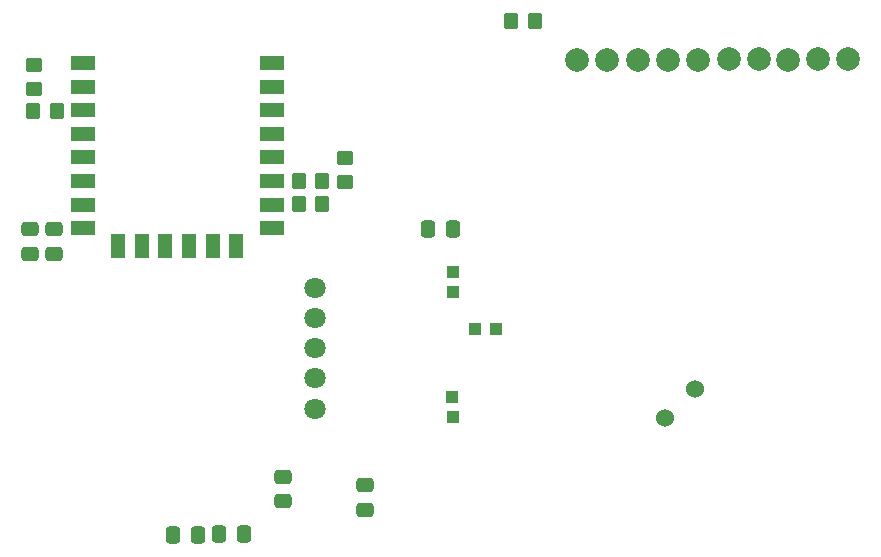
<source format=gbr>
%TF.GenerationSoftware,KiCad,Pcbnew,(7.0.0)*%
%TF.CreationDate,2024-01-25T16:52:26+01:00*%
%TF.ProjectId,Sensorbox,53656e73-6f72-4626-9f78-2e6b69636164,rev?*%
%TF.SameCoordinates,PX62b48e0PY7ffbac0*%
%TF.FileFunction,Paste,Top*%
%TF.FilePolarity,Positive*%
%FSLAX46Y46*%
G04 Gerber Fmt 4.6, Leading zero omitted, Abs format (unit mm)*
G04 Created by KiCad (PCBNEW (7.0.0)) date 2024-01-25 16:52:26*
%MOMM*%
%LPD*%
G01*
G04 APERTURE LIST*
G04 Aperture macros list*
%AMRoundRect*
0 Rectangle with rounded corners*
0 $1 Rounding radius*
0 $2 $3 $4 $5 $6 $7 $8 $9 X,Y pos of 4 corners*
0 Add a 4 corners polygon primitive as box body*
4,1,4,$2,$3,$4,$5,$6,$7,$8,$9,$2,$3,0*
0 Add four circle primitives for the rounded corners*
1,1,$1+$1,$2,$3*
1,1,$1+$1,$4,$5*
1,1,$1+$1,$6,$7*
1,1,$1+$1,$8,$9*
0 Add four rect primitives between the rounded corners*
20,1,$1+$1,$2,$3,$4,$5,0*
20,1,$1+$1,$4,$5,$6,$7,0*
20,1,$1+$1,$6,$7,$8,$9,0*
20,1,$1+$1,$8,$9,$2,$3,0*%
G04 Aperture macros list end*
%ADD10RoundRect,0.250000X-0.350000X-0.450000X0.350000X-0.450000X0.350000X0.450000X-0.350000X0.450000X0*%
%ADD11RoundRect,0.250000X0.350000X0.450000X-0.350000X0.450000X-0.350000X-0.450000X0.350000X-0.450000X0*%
%ADD12RoundRect,0.250000X0.337500X0.475000X-0.337500X0.475000X-0.337500X-0.475000X0.337500X-0.475000X0*%
%ADD13RoundRect,0.250000X-0.475000X0.337500X-0.475000X-0.337500X0.475000X-0.337500X0.475000X0.337500X0*%
%ADD14RoundRect,0.250000X-0.450000X0.350000X-0.450000X-0.350000X0.450000X-0.350000X0.450000X0.350000X0*%
%ADD15RoundRect,0.250000X-0.337500X-0.475000X0.337500X-0.475000X0.337500X0.475000X-0.337500X0.475000X0*%
%ADD16C,2.000000*%
%ADD17R,2.000000X1.200000*%
%ADD18R,1.200000X2.000000*%
%ADD19C,1.800000*%
%ADD20C,1.524000*%
%ADD21R,1.000000X1.000000*%
%ADD22RoundRect,0.250000X0.475000X-0.337500X0.475000X0.337500X-0.475000X0.337500X-0.475000X-0.337500X0*%
G04 APERTURE END LIST*
D10*
%TO.C,R104*%
X24800000Y53200000D03*
X26800000Y53200000D03*
%TD*%
D11*
%TO.C,R106*%
X49300000Y45300000D03*
X47300000Y45300000D03*
%TD*%
D12*
%TO.C,C104*%
X42637500Y17400000D03*
X40562500Y17400000D03*
%TD*%
D13*
%TO.C,C102*%
X24500000Y43200000D03*
X24500000Y41125000D03*
%TD*%
D14*
%TO.C,R103*%
X51236816Y49230524D03*
X51236816Y47230524D03*
%TD*%
D10*
%TO.C,R105*%
X47300000Y47300000D03*
X49300000Y47300000D03*
%TD*%
D15*
%TO.C,C107*%
X58252959Y43193485D03*
X60327959Y43193485D03*
%TD*%
%TO.C,C103*%
X36662500Y17300000D03*
X38737500Y17300000D03*
%TD*%
D16*
%TO.C,UB101*%
X93790000Y57590000D03*
X91260000Y57590000D03*
X88720000Y57570000D03*
X86250000Y57580000D03*
X83690000Y57590000D03*
X81110000Y57550000D03*
X78580000Y57540000D03*
X76000000Y57540000D03*
X73400000Y57520000D03*
X70810000Y57520000D03*
%TD*%
D17*
%TO.C,U101*%
X28999999Y57279999D03*
X28999999Y55279999D03*
X28999999Y53279999D03*
X28999999Y51279999D03*
X28999999Y49279999D03*
X28999999Y47279999D03*
X28999999Y45279999D03*
X28999999Y43279999D03*
D18*
X31999999Y41799999D03*
X33999999Y41799999D03*
X35999999Y41799999D03*
X37999999Y41799999D03*
X39999999Y41799999D03*
X41999999Y41799999D03*
D17*
X44999999Y43279999D03*
X44999999Y45279999D03*
X44999999Y47279999D03*
X44999999Y49279999D03*
X44999999Y51279999D03*
X44999999Y53279999D03*
X44999999Y55279999D03*
X44999999Y57279999D03*
%TD*%
D13*
%TO.C,C101*%
X26600000Y43200000D03*
X26600000Y41125000D03*
%TD*%
D19*
%TO.C,SB101*%
X48642959Y28013485D03*
X48652959Y30593485D03*
X48652959Y33133485D03*
X48672959Y35673485D03*
X48672959Y38223485D03*
D20*
X80802959Y29703485D03*
X78272959Y27183485D03*
D21*
X60379032Y37888314D03*
X60382303Y39592234D03*
X60337841Y27297615D03*
X60299999Y28999999D03*
X63951582Y34771849D03*
X62209190Y34786073D03*
%TD*%
D10*
%TO.C,R107*%
X65300000Y60800000D03*
X67300000Y60800000D03*
%TD*%
D22*
%TO.C,C106*%
X45940000Y20187500D03*
X45940000Y22262500D03*
%TD*%
D14*
%TO.C,R102*%
X24900000Y57100000D03*
X24900000Y55100000D03*
%TD*%
D22*
%TO.C,C105*%
X52940000Y19462500D03*
X52940000Y21537500D03*
%TD*%
M02*

</source>
